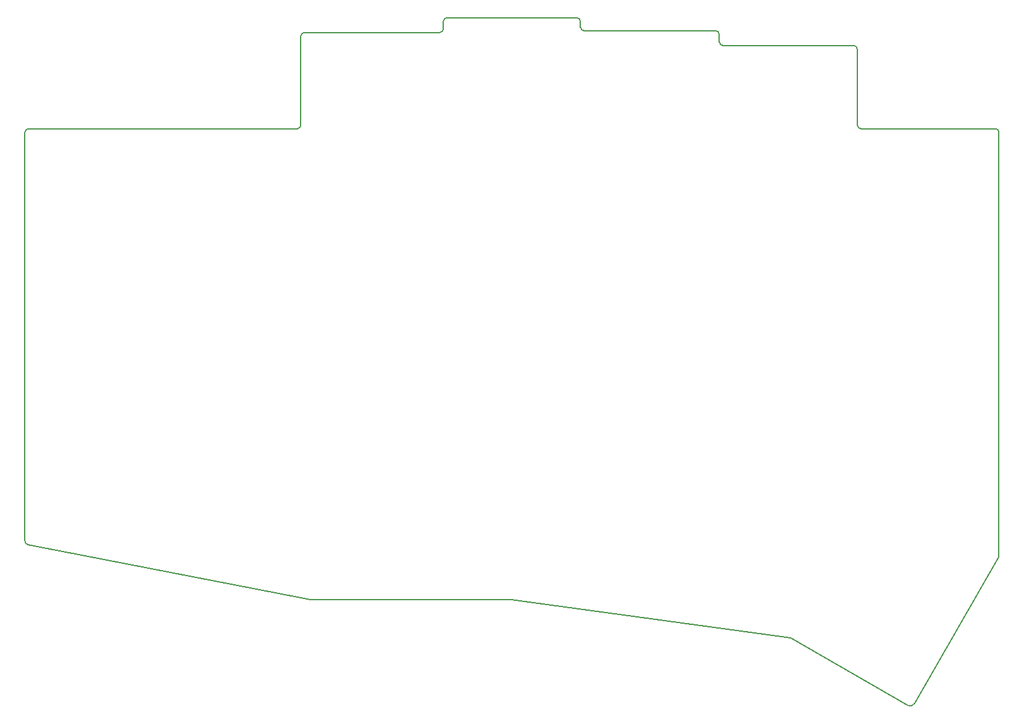
<source format=gbr>
%TF.GenerationSoftware,KiCad,Pcbnew,(5.1.7)-1*%
%TF.CreationDate,2020-11-08T23:06:54+09:00*%
%TF.ProjectId,limb44,6c696d62-3434-42e6-9b69-6361645f7063,rev?*%
%TF.SameCoordinates,Original*%
%TF.FileFunction,Profile,NP*%
%FSLAX46Y46*%
G04 Gerber Fmt 4.6, Leading zero omitted, Abs format (unit mm)*
G04 Created by KiCad (PCBNEW (5.1.7)-1) date 2020-11-08 23:06:54*
%MOMM*%
%LPD*%
G01*
G04 APERTURE LIST*
%TA.AperFunction,Profile*%
%ADD10C,0.150000*%
%TD*%
G04 APERTURE END LIST*
D10*
X182879998Y-148844000D02*
G75*
G02*
X181864000Y-149098000I-634999J380999D01*
G01*
X156591000Y-58547000D02*
G75*
G02*
X156083000Y-58039000I0J508000D01*
G01*
X155575000Y-56515000D02*
G75*
G02*
X156083000Y-57023000I0J-508000D01*
G01*
X137541000Y-56515000D02*
G75*
G02*
X137033000Y-56007000I0J508000D01*
G01*
X136525000Y-54737000D02*
G75*
G02*
X137033000Y-55245000I0J-508000D01*
G01*
X118237000Y-55245000D02*
G75*
G02*
X118745000Y-54737000I508000J0D01*
G01*
X118237000Y-56261000D02*
G75*
G02*
X117729000Y-56769000I-508000J0D01*
G01*
X98679000Y-57277000D02*
G75*
G02*
X99187000Y-56769000I508000J0D01*
G01*
X98679000Y-69469000D02*
G75*
G02*
X98181000Y-69967000I-498000J0D01*
G01*
X61250817Y-127088705D02*
G75*
G02*
X60833000Y-126492000I217183J596705D01*
G01*
X174498000Y-58547000D02*
G75*
G02*
X175006000Y-59055000I0J-508000D01*
G01*
X175514000Y-69967000D02*
G75*
G02*
X175006000Y-69459000I0J508000D01*
G01*
X193929000Y-69967000D02*
G75*
G02*
X194437000Y-70475000I0J-508000D01*
G01*
X60833000Y-70485000D02*
G75*
G02*
X61351000Y-69967000I518000J0D01*
G01*
X61250817Y-127088705D02*
X100023167Y-134620000D01*
X98679000Y-69469000D02*
X98679000Y-57277000D01*
X61351000Y-69967000D02*
X98181000Y-69967000D01*
X156591000Y-58547000D02*
X174498000Y-58547000D01*
X156083000Y-57023000D02*
X156083000Y-58039000D01*
X137541000Y-56515000D02*
X155575000Y-56515000D01*
X137033000Y-55245000D02*
X137033000Y-56007000D01*
X118745000Y-54737000D02*
X136525000Y-54737000D01*
X118237000Y-56261000D02*
X118237000Y-55245000D01*
X182880000Y-148844000D02*
X194437000Y-128778000D01*
X194437000Y-70475000D02*
X194437000Y-128778000D01*
X175514000Y-69967000D02*
X193929000Y-69967000D01*
X175006000Y-59055000D02*
X175006000Y-69459000D01*
X165862000Y-139827000D02*
X181864000Y-149098000D01*
X99187000Y-56769000D02*
X117729000Y-56769000D01*
X60833000Y-126492000D02*
X60833000Y-70485000D01*
X127508000Y-134620000D02*
X165862000Y-139827000D01*
X100023167Y-134620000D02*
X127508000Y-134620000D01*
M02*

</source>
